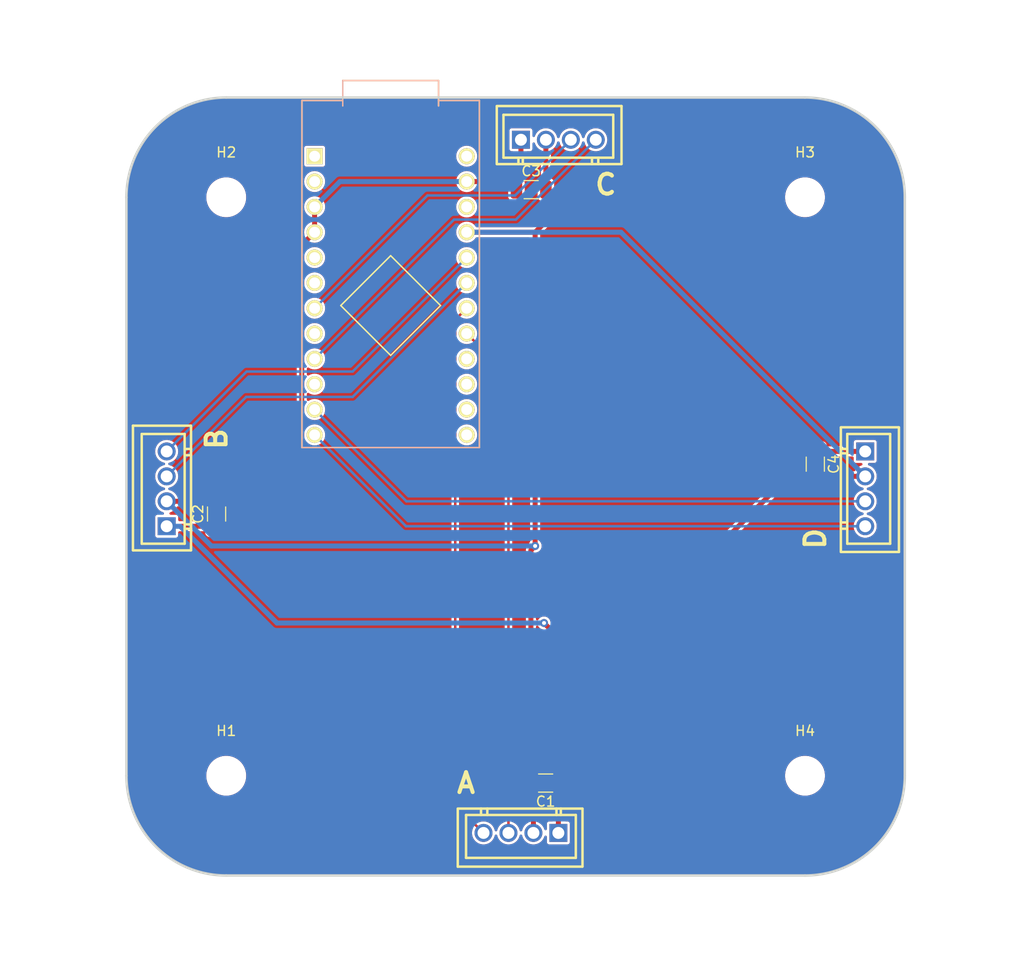
<source format=kicad_pcb>
(kicad_pcb (version 20240108) (generator "pcbnew") (generator_version "8.0")
  (layers (0 "F.Cu" signal) (31 "B.Cu" signal) (34 "B.Paste" user) (35 "F.Paste" user) (36 "B.SilkS" user "B.Silkscreen") (37 "F.SilkS" user "F.Silkscreen") (38 "B.Mask" user) (39 "F.Mask" user) (44 "Edge.Cuts" user))
  (net 0 "")
  (net 1 "gnd")
  (net 2 "vcc")
  (net 3 "a0")
  (net 4 "a8")
  (net 5 "a7")
  (net 6 "a6")
  (net 7 "a3")
  (net 8 "a2")
  (net 9 "a1")
  (net 10 "a9")
  (footprint "MountingHole:MountingHole_3.5mm" (layer "F.Cu") (at 120.4682 70.7669)
    (property "Reference" "H2" (at 0 -4.5 0) (layer "F.SilkS"))
    (property "Value" "MountingHole_3.5mm" (hide yes))
    (pad "" np_thru_hole circle (at 0 0) (size 3.5 3.5) (drill 3.5) (layers "F&B.Cu" "*.Mask"))
  )
  (footprint "lib:C1206" (layer "F.Cu") (at 179.5 97.525 -90)
    (property "Reference" "C4" (at 0 -1.85 90) (layer "F.SilkS"))
    (property "Value" "50V 100nF X7R ±10% 1206  Multilayer Ceramic Capacitors MLCC - SMD/SMT ROHS" (hide yes))
    (fp_line (start -0.711252 0.91) (end 0.711252 0.91) (stroke (width 0.12)) (layer "F.SilkS"))
    (fp_line (start -0.711252 -0.91) (end 0.711252 -0.91) (stroke (width 0.12)) (layer "F.SilkS"))
    (pad "1" smd roundrect (at -1.475 0 270) (size 1.15 1.8) (layers "F.Cu" "F.Paste" "F.Mask") (roundrect_rratio 0.217391) (net 1 "gnd"))
    (pad "2" smd roundrect (at 1.475 0 270) (size 1.15 1.8) (layers "F.Cu" "F.Paste" "F.Mask") (roundrect_rratio 0.217391) (net 2 "vcc"))
  )
  (footprint "lib:C1206" (layer "F.Cu") (at 152.475 129.5 180)
    (property "Reference" "C1" (at 0 -1.85 0) (layer "F.SilkS"))
    (property "Value" "50V 100nF X7R ±10% 1206  Multilayer Ceramic Capacitors MLCC - SMD/SMT ROHS" (hide yes))
    (fp_line (start -0.711252 0.91) (end 0.711252 0.91) (stroke (width 0.12)) (layer "F.SilkS"))
    (fp_line (start -0.711252 -0.91) (end 0.711252 -0.91) (stroke (width 0.12)) (layer "F.SilkS"))
    (pad "1" smd roundrect (at -1.475 0 180) (size 1.15 1.8) (layers "F.Cu" "F.Paste" "F.Mask") (roundrect_rratio 0.217391) (net 1 "gnd"))
    (pad "2" smd roundrect (at 1.475 0 180) (size 1.15 1.8) (layers "F.Cu" "F.Paste" "F.Mask") (roundrect_rratio 0.217391) (net 2 "vcc"))
  )
  (footprint "lib:C1206" (layer "F.Cu") (at 119.5 102.525 90)
    (property "Reference" "C2" (at 0 -1.85 90) (layer "F.SilkS"))
    (property "Value" "50V 100nF X7R ±10% 1206  Multilayer Ceramic Capacitors MLCC - SMD/SMT ROHS" (hide yes))
    (fp_line (start -0.711252 -0.91) (end 0.711252 -0.91) (stroke (width 0.12)) (layer "F.SilkS"))
    (fp_line (start -0.711252 0.91) (end 0.711252 0.91) (stroke (width 0.12)) (layer "F.SilkS"))
    (pad "1" smd roundrect (at -1.475 0 90) (size 1.15 1.8) (layers "F.Cu" "F.Paste" "F.Mask") (roundrect_rratio 0.217391) (net 1 "gnd"))
    (pad "2" smd roundrect (at 1.475 0 90) (size 1.15 1.8) (layers "F.Cu" "F.Paste" "F.Mask") (roundrect_rratio 0.217391) (net 2 "vcc"))
  )
  (footprint "lib:CONN-TH_4P-P2.50_XH-4A" (layer "F.Cu") (at 153.75 65)
    (property "Reference" "C" (at 4.75 4.5 0) (layer "F.SilkS") (effects (font (size 2 2) (thickness 0.4))))
    (property "Value" "")
    (fp_line (start -6.17 -3.37) (end -6.17 2.43) (stroke (width 0.25)) (layer "F.SilkS"))
    (fp_line (start -6.16 -3.38) (end 6.33 -3.38) (stroke (width 0.25)) (layer "F.SilkS"))
    (fp_line (start -6.16 2.44) (end 6.33 2.44) (stroke (width 0.25)) (layer "F.SilkS"))
    (fp_line (start -5.5 -2.5) (end -5.5 1.8) (stroke (width 0.25)) (layer "F.SilkS"))
    (fp_line (start -5.5 1.8) (end 5.5 1.8) (stroke (width 0.25)) (layer "F.SilkS"))
    (fp_line (start -4 1.8) (end -4 2.44) (stroke (width 0.25)) (layer "F.SilkS"))
    (fp_line (start -3.56 1.8) (end -3.56 2.44) (stroke (width 0.25)) (layer "F.SilkS"))
    (fp_line (start 3.37 1.8) (end 3.37 2.44) (stroke (width 0.25)) (layer "F.SilkS"))
    (fp_line (start 4 1.8) (end 4 2.44) (stroke (width 0.25)) (layer "F.SilkS"))
    (fp_line (start 5.5 -2.5) (end -5.5 -2.5) (stroke (width 0.25)) (layer "F.SilkS"))
    (fp_line (start 5.5 1.8) (end 5.5 -2.5) (stroke (width 0.25)) (layer "F.SilkS"))
    (fp_line (start 6.33 -3.38) (end 6.33 2.41) (stroke (width 0.25)) (layer "F.SilkS"))
    (pad "1" thru_hole rect (at -3.75 0) (size 1.8 1.8) (drill 1.19888) (layers "*.Cu" "*.Mask") (net 1 "gnd"))
    (pad "2" thru_hole circle (at -1.25 0) (size 1.8 1.8) (drill 1.19888) (layers "*.Cu" "*.Mask") (net 2 "vcc"))
    (pad "3" thru_hole circle (at 1.25 0) (size 1.8 1.8) (drill 1.19888) (layers "*.Cu" "*.Mask") (net 6 "a6"))
    (pad "4" thru_hole circle (at 3.75 0) (size 1.8 1.8) (drill 1.19888) (layers "*.Cu" "*.Mask") (net 5 "a7"))
  )
  (footprint "MountingHole:MountingHole_3.5mm" (layer "F.Cu") (at 178.4681 70.7669)
    (property "Reference" "H3" (at 0 -4.5 0) (layer "F.SilkS"))
    (property "Value" "MountingHole_3.5mm" (hide yes))
    (pad "" np_thru_hole circle (at 0 0) (size 3.5 3.5) (drill 3.5) (layers "F&B.Cu" "*.Mask"))
  )
  (footprint "lib:CONN-TH_4P-P2.50_XH-4A" (layer "F.Cu") (at 184.5 100 -90)
    (property "Reference" "D" (at 5 5 -90) (layer "F.SilkS") (effects (font (size 2 2) (thickness 0.4))))
    (property "Value" "")
    (fp_line (start -6.16 2.44) (end 6.33 2.44) (stroke (width 0.25)) (layer "F.SilkS"))
    (fp_line (start -5.5 1.8) (end 5.5 1.8) (stroke (width 0.25)) (layer "F.SilkS"))
    (fp_line (start -4 1.8) (end -4 2.44) (stroke (width 0.25)) (layer "F.SilkS"))
    (fp_line (start -3.56 1.8) (end -3.56 2.44) (stroke (width 0.25)) (layer "F.SilkS"))
    (fp_line (start 3.37 1.8) (end 3.37 2.44) (stroke (width 0.25)) (layer "F.SilkS"))
    (fp_line (start 4 1.8) (end 4 2.44) (stroke (width 0.25)) (layer "F.SilkS"))
    (fp_line (start 5.5 1.8) (end 5.5 -2.5) (stroke (width 0.25)) (layer "F.SilkS"))
    (fp_line (start -5.5 -2.5) (end -5.5 1.8) (stroke (width 0.25)) (layer "F.SilkS"))
    (fp_line (start 5.5 -2.5) (end -5.5 -2.5) (stroke (width 0.25)) (layer "F.SilkS"))
    (fp_line (start -6.17 -3.37) (end -6.17 2.43) (stroke (width 0.25)) (layer "F.SilkS"))
    (fp_line (start -6.16 -3.38) (end 6.33 -3.38) (stroke (width 0.25)) (layer "F.SilkS"))
    (fp_line (start 6.33 -3.38) (end 6.33 2.41) (stroke (width 0.25)) (layer "F.SilkS"))
    (pad "1" thru_hole rect (at -3.75 0 270) (size 1.8 1.8) (drill 1.19888) (layers "*.Cu" "*.Mask") (net 1 "gnd"))
    (pad "2" thru_hole circle (at -1.25 0 270) (size 1.8 1.8) (drill 1.19888) (layers "*.Cu" "*.Mask") (net 2 "vcc"))
    (pad "3" thru_hole circle (at 1.25 0 270) (size 1.8 1.8) (drill 1.19888) (layers "*.Cu" "*.Mask") (net 4 "a8"))
    (pad "4" thru_hole circle (at 3.75 0 270) (size 1.8 1.8) (drill 1.19888) (layers "*.Cu" "*.Mask") (net 10 "a9"))
  )
  (footprint "lib:C1206" (layer "F.Cu") (at 151.025 70)
    (property "Reference" "C3" (at 0 -1.85 0) (layer "F.SilkS"))
    (property "Value" "50V 100nF X7R ±10% 1206  Multilayer Ceramic Capacitors MLCC - SMD/SMT ROHS" (hide yes))
    (fp_line (start -0.711252 -0.91) (end 0.711252 -0.91) (stroke (width 0.12)) (layer "F.SilkS"))
    (fp_line (start -0.711252 0.91) (end 0.711252 0.91) (stroke (width 0.12)) (layer "F.SilkS"))
    (pad "1" smd roundrect (at -1.475 0) (size 1.15 1.8) (layers "F.Cu" "F.Paste" "F.Mask") (roundrect_rratio 0.217391) (net 1 "gnd"))
    (pad "2" smd roundrect (at 1.475 0) (size 1.15 1.8) (layers "F.Cu" "F.Paste" "F.Mask") (roundrect_rratio 0.217391) (net 2 "vcc"))
  )
  (footprint "lib:CONN-TH_4P-P2.50_XH-4A" (layer "F.Cu") (at 150 134.5 180)
    (property "Reference" "A" (at 5.5 5 0) (layer "F.SilkS") (effects (font (size 2 2) (thickness 0.4))))
    (property "Value" "")
    (fp_line (start 6.33 -3.38) (end 6.33 2.41) (stroke (width 0.25)) (layer "F.SilkS"))
    (fp_line (start 5.5 1.8) (end 5.5 -2.5) (stroke (width 0.25)) (layer "F.SilkS"))
    (fp_line (start 5.5 -2.5) (end -5.5 -2.5) (stroke (width 0.25)) (layer "F.SilkS"))
    (fp_line (start 4 1.8) (end 4 2.44) (stroke (width 0.25)) (layer "F.SilkS"))
    (fp_line (start 3.37 1.8) (end 3.37 2.44) (stroke (width 0.25)) (layer "F.SilkS"))
    (fp_line (start -3.56 1.8) (end -3.56 2.44) (stroke (width 0.25)) (layer "F.SilkS"))
    (fp_line (start -4 1.8) (end -4 2.44) (stroke (width 0.25)) (layer "F.SilkS"))
    (fp_line (start -5.5 1.8) (end 5.5 1.8) (stroke (width 0.25)) (layer "F.SilkS"))
    (fp_line (start -5.5 -2.5) (end -5.5 1.8) (stroke (width 0.25)) (layer "F.SilkS"))
    (fp_line (start -6.16 2.44) (end 6.33 2.44) (stroke (width 0.25)) (layer "F.SilkS"))
    (fp_line (start -6.16 -3.38) (end 6.33 -3.38) (stroke (width 0.25)) (layer "F.SilkS"))
    (fp_line (start -6.17 -3.37) (end -6.17 2.43) (stroke (width 0.25)) (layer "F.SilkS"))
    (pad "1" thru_hole rect (at -3.75 0 180) (size 1.8 1.8) (drill 1.19888) (layers "*.Cu" "*.Mask") (net 1 "gnd"))
    (pad "2" thru_hole circle (at -1.25 0 180) (size 1.8 1.8) (drill 1.19888) (layers "*.Cu" "*.Mask") (net 2 "vcc"))
    (pad "3" thru_hole circle (at 1.25 0 180) (size 1.8 1.8) (drill 1.19888) (layers "*.Cu" "*.Mask") (net 3 "a0"))
    (pad "4" thru_hole circle (at 3.75 0 180) (size 1.8 1.8) (drill 1.19888) (layers "*.Cu" "*.Mask") (net 9 "a1"))
  )
  (footprint "MountingHole:MountingHole_3.5mm" (layer "F.Cu") (at 120.4682 128.7668)
    (property "Reference" "H1" (at 0 -4.5 0) (layer "F.SilkS"))
    (property "Value" "MountingHole_3.5mm" (hide yes))
    (pad "" np_thru_hole circle (at 0 0) (size 3.5 3.5) (drill 3.5) (layers "*.Cu" "*.Mask"))
  )
  (footprint "MountingHole:MountingHole_3.5mm" (layer "F.Cu") (at 178.4681 128.7668)
    (property "Reference" "H4" (at 0 -4.5 0) (layer "F.SilkS"))
    (property "Value" "MountingHole_3.5mm" (hide yes))
    (pad "" np_thru_hole circle (at 0 0) (size 3.5 3.5) (drill 3.5) (layers "F&B.Cu" "*.Mask"))
  )
  (footprint "lib:CONN-TH_4P-P2.50_XH-4A" (layer "F.Cu") (at 114.5 100 90)
    (property "Reference" "B" (at 5 5 90) (layer "F.SilkS") (effects (font (size 2 2) (thickness 0.4))))
    (property "Value" "")
    (fp_line (start 6.33 -3.38) (end 6.33 2.41) (stroke (width 0.25)) (layer "F.SilkS"))
    (fp_line (start -6.16 -3.38) (end 6.33 -3.38) (stroke (width 0.25)) (layer "F.SilkS"))
    (fp_line (start -6.17 -3.37) (end -6.17 2.43) (stroke (width 0.25)) (layer "F.SilkS"))
    (fp_line (start 5.5 -2.5) (end -5.5 -2.5) (stroke (width 0.25)) (layer "F.SilkS"))
    (fp_line (start -5.5 -2.5) (end -5.5 1.8) (stroke (width 0.25)) (layer "F.SilkS"))
    (fp_line (start 5.5 1.8) (end 5.5 -2.5) (stroke (width 0.25)) (layer "F.SilkS"))
    (fp_line (start 4 1.8) (end 4 2.44) (stroke (width 0.25)) (layer "F.SilkS"))
    (fp_line (start 3.37 1.8) (end 3.37 2.44) (stroke (width 0.25)) (layer "F.SilkS"))
    (fp_line (start -3.56 1.8) (end -3.56 2.44) (stroke (width 0.25)) (layer "F.SilkS"))
    (fp_line (start -4 1.8) (end -4 2.44) (stroke (width 0.25)) (layer "F.SilkS"))
    (fp_line (start -5.5 1.8) (end 5.5 1.8) (stroke (width 0.25)) (layer "F.SilkS"))
    (fp_line (start -6.16 2.44) (end 6.33 2.44) (stroke (width 0.25)) (layer "F.SilkS"))
    (pad "1" thru_hole rect (at -3.75 0 90) (size 1.8 1.8) (drill 1.19888) (layers "*.Cu" "*.Mask") (net 1 "gnd"))
    (pad "2" thru_hole circle (at -1.25 0 90) (size 1.8 1.8) (drill 1.19888) (layers "*.Cu" "*.Mask") (net 2 "vcc"))
    (pad "3" thru_hole circle (at 1.25 0 90) (size 1.8 1.8) (drill 1.19888) (layers "*.Cu" "*.Mask") (net 8 "a2"))
    (pad "4" thru_hole circle (at 3.75 0 90) (size 1.8 1.8) (drill 1.19888) (layers "*.Cu" "*.Mask") (net 7 "a3"))
  )
  (footprint "lib:ProMicro" (layer "F.Cu") (at 136.9455 80.6221 -90)
    (property "Reference" "U1" (hide yes))
    (property "Value" "")
    (fp_line (start -19.56 8.89) (end 15.24 8.89) (stroke (width 0.15)) (layer "B.SilkS"))
    (fp_line (start -19.56 8.89) (end -19.56 4.8) (stroke (width 0.15)) (layer "B.SilkS"))
    (fp_line (start -19.024158 4.801645) (end -21.564158 4.801645) (stroke (width 0.15)) (layer "B.SilkS"))
    (fp_line (start -21.56 4.8) (end -21.56 -4.8) (stroke (width 0.15)) (layer "B.SilkS"))
    (fp_line (start -21.556018 -4.798447) (end -19.016018 -4.798447) (stroke (width 0.15)) (layer "B.SilkS"))
    (fp_line (start -19.56 -4.8) (end -19.56 -8.89) (stroke (width 0.15)) (layer "B.SilkS"))
    (fp_line (start -19.56 -8.89) (end 15.24 -8.89) (stroke (width 0.15)) (layer "B.SilkS"))
    (fp_line (start 15.24 -8.89) (end 15.24 8.89) (stroke (width 0.15)) (layer "B.SilkS"))
    (fp_line (start -19.56 8.89) (end 15.24 8.89) (stroke (width 0.15)) (layer "F.SilkS"))
    (fp_line (start -19.56 8.89) (end -19.56 4.8) (stroke (width 0.15)) (layer "F.SilkS"))
    (fp_line (start 1 5) (end -4 0) (stroke (width 0.15)) (layer "F.SilkS"))
    (fp_line (start 1 5) (end 6 0) (stroke (width 0.15)) (layer "F.SilkS"))
    (fp_line (start -19.024158 4.801645) (end -21.564158 4.801645) (stroke (width 0.15)) (layer "F.SilkS"))
    (fp_line (start -21.56 4.8) (end -21.56 -4.8) (stroke (width 0.15)) (layer "F.SilkS"))
    (fp_line (start -4 0) (end 1 -5) (stroke (width 0.15)) (layer "F.SilkS"))
    (fp_line (start 6 0) (end 1 -5) (stroke (width 0.15)) (layer "F.SilkS"))
    (fp_line (start -21.556018 -4.798447) (end -19.016018 -4.798447) (stroke (width 0.15)) (layer "F.SilkS"))
    (fp_line (start -19.56 -4.8) (end -19.56 -8.89) (stroke (width 0.15)) (layer "F.SilkS"))
    (fp_line (start -19.56 -8.89) (end 15.24 -8.89) (stroke (width 0.15)) (layer "F.SilkS"))
    (fp_line (start 15.24 -8.89) (end 15.24 8.89) (stroke (width 0.15)) (layer "F.SilkS"))
    (pad "1" thru_hole rect (at -13.97 7.62 270) (size 1.6 1.6) (drill 1.1) (layers "*.Cu" "*.Mask" "F.SilkS"))
    (pad "2" thru_hole circle (at -11.43 7.62 270) (size 1.6 1.6) (drill 1.1) (layers "*.Cu" "*.Mask" "F.SilkS"))
    (pad "3" thru_hole circle (at -8.89 7.62 270) (size 1.6 1.6) (drill 1.1) (layers "*.Cu" "*.Mask" "F.SilkS") (net 1 "gnd"))
    (pad "4" thru_hole circle (at -6.35 7.62 270) (size 1.6 1.6) (drill 1.1) (layers "*.Cu" "*.Mask" "F.SilkS") (net 1 "gnd"))
    (pad "5" thru_hole circle (at -3.81 7.62 270) (size 1.6 1.6) (drill 1.1) (layers "*.Cu" "*.Mask" "F.SilkS"))
    (pad "6" thru_hole circle (at -1.27 7.62 270) (size 1.6 1.6) (drill 1.1) (layers "*.Cu" "*.Mask" "F.SilkS"))
    (pad "7" thru_hole circle (at 1.27 7.62 270) (size 1.6 1.6) (drill 1.1) (layers "*.Cu" "*.Mask" "F.SilkS") (net 6 "a6"))
    (pad "8" thru_hole circle (at 3.81 7.62 270) (size 1.6 1.6) (drill 1.1) (layers "*.Cu" "*.Mask" "F.SilkS"))
    (pad "9" thru_hole circle (at 6.35 7.62 270) (size 1.6 1.6) (drill 1.1) (layers "*.Cu" "*.Mask" "F.SilkS") (net 5 "a7"))
    (pad "10" thru_hole circle (at 8.89 7.62 270) (size 1.6 1.6) (drill 1.1) (layers "*.Cu" "*.Mask" "F.SilkS"))
    (pad "11" thru_hole circle (at 11.43 7.62 270) (size 1.6 1.6) (drill 1.1) (layers "*.Cu" "*.Mask" "F.SilkS") (net 4 "a8"))
    (pad "12" thru_hole circle (at 13.97 7.62 270) (size 1.6 1.6) (drill 1.1) (layers "*.Cu" "*.Mask" "F.SilkS") (net 10 "a9"))
    (pad "13" thru_hole circle (at 13.97 -7.62 270) (size 1.6 1.6) (drill 1.1) (layers "*.Cu" "*.Mask" "F.SilkS"))
    (pad "14" thru_hole circle (at 11.43 -7.62 270) (size 1.6 1.6) (drill 1.1) (layers "*.Cu" "*.Mask" "F.SilkS"))
    (pad "15" thru_hole circle (at 8.89 -7.62 270) (size 1.6 1.6) (drill 1.1) (layers "*.Cu" "*.Mask" "F.SilkS"))
    (pad "16" thru_hole circle (at 6.35 -7.62 270) (size 1.6 1.6) (drill 1.1) (layers "*.Cu" "*.Mask" "F.SilkS"))
    (pad "17" thru_hole circle (at 3.81 -7.62 270) (size 1.6 1.6) (drill 1.1) (layers "*.Cu" "*.Mask" "F.SilkS") (net 3 "a0"))
    (pad "18" thru_hole circle (at 1.27 -7.62 270) (size 1.6 1.6) (drill 1.1) (layers "*.Cu" "*.Mask" "F.SilkS") (net 9 "a1"))
    (pad "19" thru_hole circle (at -1.27 -7.62 270) (size 1.6 1.6) (drill 1.1) (layers "*.Cu" "*.Mask" "F.SilkS") (net 8 "a2"))
    (pad "20" thru_hole circle (at -3.81 -7.62 270) (size 1.6 1.6) (drill 1.1) (layers "*.Cu" "*.Mask" "F.SilkS") (net 7 "a3"))
    (pad "21" thru_hole circle (at -6.35 -7.62 270) (size 1.6 1.6) (drill 1.1) (layers "*.Cu" "*.Mask" "F.SilkS") (net 2 "vcc"))
    (pad "22" thru_hole circle (at -8.89 -7.62 270) (size 1.6 1.6) (drill 1.1) (layers "*.Cu" "*.Mask" "F.SilkS"))
    (pad "23" thru_hole circle (at -11.43 -7.62 270) (size 1.6 1.6) (drill 1.1) (layers "*.Cu" "*.Mask" "F.SilkS") (net 1 "gnd"))
    (pad "24" thru_hole circle (at -13.97 -7.62 270) (size 1.6 1.6) (drill 1.1) (layers "*.Cu" "*.Mask" "F.SilkS"))
  )
  (gr_arc (start 120.468285 138.766714) (mid 113.397176 135.837753) (end 110.468215 128.766644) (stroke (width 0.254)) (layer "Edge.Cuts"))
  (gr_line (start 120.468285 138.766714) (end 178.468115 138.766714) (stroke (width 0.254)) (layer "Edge.Cuts"))
  (gr_arc (start 110.468215 70.766914) (mid 113.397147 63.695846) (end 120.468215 60.766914) (stroke (width 0.254)) (layer "Edge.Cuts"))
  (gr_line (start 110.468215 128.766644) (end 110.468215 70.766914) (stroke (width 0.254)) (layer "Edge.Cuts"))
  (gr_arc (start 178.468185 60.766914) (mid 185.539141 63.695788) (end 188.468015 70.766744) (stroke (width 0.254)) (layer "Edge.Cuts"))
  (gr_line (start 188.468015 70.766744) (end 188.468015 128.766814) (stroke (width 0.254)) (layer "Edge.Cuts"))
  (gr_line (start 120.468215 60.766914) (end 178.468185 60.766914) (stroke (width 0.254)) (layer "Edge.Cuts"))
  (gr_arc (start 188.468015 128.766814) (mid 185.539112 135.837811) (end 178.468115 138.766714) (stroke (width 0.254)) (layer "Edge.Cuts"))
  (segment (start 153.95 115.087) (end 160.463 115.087) (width 0.5) (layer "F.Cu") (net 1))
  (segment (start 153.75 133.1483) (end 153.95 132.9483) (width 0.5) (layer "F.Cu") (net 1))
  (segment (start 153.75 134.5) (end 153.75 133.1483) (width 0.5) (layer "F.Cu") (net 1))
  (segment (start 153.95 115.087) (end 153.95 129.5) (width 0.5) (layer "F.Cu") (net 1))
  (segment (start 183.1483 96.25) (end 179.7 96.25) (width 0.5) (layer "F.Cu") (net 1))
  (segment (start 148.7421 69.1921) (end 149.55 70) (width 0.5) (layer "F.Cu") (net 1))
  (segment (start 150 65) (end 150 66.3517) (width 0.5) (layer "F.Cu") (net 1))
  (segment (start 184.5 96.25) (end 183.1483 96.25) (width 0.5) (layer "F.Cu") (net 1))
  (segment (start 128.0357 94.9643) (end 128.0357 75.5619) (width 0.5) (layer "F.Cu") (net 1))
  (segment (start 128.0357 75.5619) (end 129.3255 74.2721) (width 0.5) (layer "F.Cu") (net 1))
  (segment (start 148.7421 69.1921) (end 148.7421 67.6096) (width 0.5) (layer "F.Cu") (net 1))
  (segment (start 153.95 132.9483) (end 153.95 129.5) (width 0.5) (layer "F.Cu") (net 1))
  (segment (start 152.314 113.451) (end 153.95 115.087) (width 0.5) (layer "F.Cu") (net 1))
  (segment (start 114.5 103.75) (end 119.25 103.75) (width 0.5) (layer "F.Cu") (net 1))
  (segment (start 119.25 103.75) (end 119.5 104) (width 0.5) (layer "F.Cu") (net 1))
  (segment (start 160.463 115.087) (end 179.5 96.05) (width 0.5) (layer "F.Cu") (net 1))
  (segment (start 148.7421 67.6096) (end 150 66.3517) (width 0.5) (layer "F.Cu") (net 1))
  (segment (start 119.25 103.75) (end 128.0357 94.9643) (width 0.5) (layer "F.Cu") (net 1))
  (segment (start 179.7 96.25) (end 179.5 96.05) (width 0.5) (layer "F.Cu") (net 1))
  (segment (start 144.5655 69.1921) (end 148.7421 69.1921) (width 0.5) (layer "F.Cu") (net 1))
  (segment (start 129.3255 74.2721) (end 129.3255 71.7321) (width 0.5) (layer "F.Cu") (net 1))
  (via (at 152.314 113.451) (size 0.8) (drill 0.4) (layers "F.Cu" "B.Cu") (net 1))
  (segment (start 131.8655 69.1921) (end 144.5655 69.1921) (width 0.5) (layer "B.Cu") (net 1))
  (segment (start 129.3255 71.7321) (end 131.8655 69.1921) (width 0.5) (layer "B.Cu") (net 1))
  (segment (start 125.5527 113.451) (end 115.8517 103.75) (width 0.5) (layer "B.Cu") (net 1))
  (segment (start 114.5 103.75) (end 115.8517 103.75) (width 0.5) (layer "B.Cu") (net 1))
  (segment (start 152.314 113.451) (end 125.5527 113.451) (width 0.5) (layer "B.Cu") (net 1))
  (segment (start 179.75 98.75) (end 179.5 99) (width 0.5) (layer "F.Cu") (net 2))
  (segment (start 114.5 101.25) (end 119.3 101.25) (width 0.5) (layer "F.Cu") (net 2))
  (segment (start 151.423 74.2721) (end 144.5655 74.2721) (width 0.5) (layer "F.Cu") (net 2))
  (segment (start 119.3 101.25) (end 119.5 101.05) (width 0.5) (layer "F.Cu") (net 2))
  (segment (start 152.5 73.1951) (end 151.423 74.2721) (width 0.5) (layer "F.Cu") (net 2))
  (segment (start 151.25 129.75) (end 151.25 134.5) (width 0.5) (layer "F.Cu") (net 2))
  (segment (start 151 129.5) (end 151.25 129.75) (width 0.5) (layer "F.Cu") (net 2))
  (segment (start 152.5 70) (end 152.5 73.1951) (width 0.5) (layer "F.Cu") (net 2))
  (segment (start 152.5 70) (end 152.5 65) (width 0.5) (layer "F.Cu") (net 2))
  (segment (start 151 129.5) (end 151 106.1536) (width 0.5) (layer "F.Cu") (net 2))
  (segment (start 184.5 98.75) (end 179.75 98.75) (width 0.5) (layer "F.Cu") (net 2))
  (segment (start 151.423 105.7306) (end 151.423 74.2721) (width 0.5) (layer "F.Cu") (net 2))
  (segment (start 151 106.1536) (end 151.423 105.7306) (width 0.5) (layer "F.Cu") (net 2))
  (via (at 151.423 105.7306) (size 0.8) (drill 0.4) (layers "F.Cu" "B.Cu") (net 2))
  (segment (start 160.0221 74.2721) (end 144.5655 74.2721) (width 0.5) (layer "B.Cu") (net 2))
  (segment (start 118.9806 105.7306) (end 114.5 101.25) (width 0.5) (layer "B.Cu") (net 2))
  (segment (start 151.423 105.7306) (end 118.9806 105.7306) (width 0.5) (layer "B.Cu") (net 2))
  (segment (start 184.5 98.75) (end 160.0221 74.2721) (width 0.5) (layer "B.Cu") (net 2))
  (segment (start 148.75 88.6166) (end 148.75 134.5) (width 0.25) (layer "F.Cu") (net 3))
  (segment (start 144.5655 84.4321) (end 148.75 88.6166) (width 0.25) (layer "F.Cu") (net 3))
  (segment (start 138.5234 101.25) (end 184.5 101.25) (width 0.25) (layer "B.Cu") (net 4))
  (segment (start 129.3255 92.0521) (end 138.5234 101.25) (width 0.25) (layer "B.Cu") (net 4))
  (segment (start 129.3255 86.9721) (end 143.2955 73.0021) (width 0.25) (layer "B.Cu") (net 5))
  (segment (start 149.4979 73.0021) (end 157.5 65) (width 0.25) (layer "B.Cu") (net 5))
  (segment (start 143.2955 73.0021) (end 149.4979 73.0021) (width 0.25) (layer "B.Cu") (net 5))
  (segment (start 140.6343 70.5833) (end 129.3255 81.8921) (width 0.25) (layer "B.Cu") (net 6))
  (segment (start 149.4167 70.5833) (end 140.6343 70.5833) (width 0.25) (layer "B.Cu") (net 6))
  (segment (start 155 65) (end 149.4167 70.5833) (width 0.25) (layer "B.Cu") (net 6))
  (segment (start 133.1355 88.2421) (end 122.5079 88.2421) (width 0.25) (layer "B.Cu") (net 7))
  (segment (start 122.5079 88.2421) (end 114.5 96.25) (width 0.25) (layer "B.Cu") (net 7))
  (segment (start 144.5655 76.8121) (end 133.1355 88.2421) (width 0.25) (layer "B.Cu") (net 7))
  (segment (start 144.5655 79.3521) (end 133.1355 90.7821) (width 0.25) (layer "B.Cu") (net 8))
  (segment (start 122.4679 90.7821) (end 114.5 98.75) (width 0.25) (layer "B.Cu") (net 8))
  (segment (start 133.1355 90.7821) (end 122.4679 90.7821) (width 0.25) (layer "B.Cu") (net 8))
  (segment (start 144.5655 81.8921) (end 143.4173 83.0403) (width 0.25) (layer "F.Cu") (net 9))
  (segment (start 143.4173 131.6673) (end 146.25 134.5) (width 0.25) (layer "F.Cu") (net 9))
  (segment (start 143.4173 83.0403) (end 143.4173 131.6673) (width 0.25) (layer "F.Cu") (net 9))
  (segment (start 138.4834 103.75) (end 184.5 103.75) (width 0.25) (layer "B.Cu") (net 10))
  (segment (start 129.3255 94.5921) (end 138.4834 103.75) (width 0.25) (layer "B.Cu") (net 10))
  (zone (net 0) (net_name "") (layer "F.Cu") (priority 99) (connect_pads (clearance 0.254)) (min_thickness 0.254) (fill yes (thermal_gap 0.254) (thermal_bridge_width 0.254))
    (polygon (pts (xy 105.924775 53.908914) (xy 193.554775 53.908914) (xy 194.951775 52.511914) (xy 194.951775 140.141914) (xy 193.681775 141.411914) (xy 100.590775 141.411914) (xy 97.923775 144.078914) (xy 97.796775 144.078914)))
  )
  (zone (net 0) (net_name "") (layer "B.Cu") (priority 98) (connect_pads (clearance 0.254)) (min_thickness 0.254) (fill yes (thermal_gap 0.254) (thermal_bridge_width 0.254))
    (polygon (pts (xy 200.412775 144.205914) (xy 195.967775 148.650914) (xy 104.146775 148.650914) (xy 103.133575 147.637714) (xy 103.130775 147.761914) (xy 103.130775 147.634914) (xy 103.133575 147.637714) (xy 105.289775 50.987914) (xy 198.634775 50.987914) (xy 200.412775 52.765914)))
  )
)
</source>
